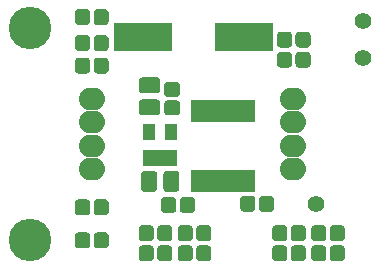
<source format=gts>
G04 #@! TF.GenerationSoftware,KiCad,Pcbnew,(5.1.2)-1*
G04 #@! TF.CreationDate,2019-11-04T01:51:56+09:00*
G04 #@! TF.ProjectId,IR,49522e6b-6963-4616-945f-706362585858,v1.1*
G04 #@! TF.SameCoordinates,Original*
G04 #@! TF.FileFunction,Soldermask,Top*
G04 #@! TF.FilePolarity,Negative*
%FSLAX46Y46*%
G04 Gerber Fmt 4.6, Leading zero omitted, Abs format (unit mm)*
G04 Created by KiCad (PCBNEW (5.1.2)-1) date 2019-11-04 01:51:56*
%MOMM*%
%LPD*%
G04 APERTURE LIST*
%ADD10C,3.600000*%
%ADD11O,2.200000X1.924000*%
%ADD12C,0.050000*%
%ADD13C,1.275000*%
%ADD14C,1.375000*%
%ADD15R,1.050000X1.460000*%
%ADD16R,4.900000X2.400000*%
%ADD17C,1.400000*%
%ADD18R,0.850000X1.900000*%
G04 APERTURE END LIST*
D10*
X180000000Y-120000000D03*
D11*
X185200000Y-114000000D03*
X185200000Y-112000000D03*
X185200000Y-110000000D03*
X185200000Y-108000000D03*
X202200000Y-108000000D03*
X202200000Y-110000000D03*
X202200000Y-112000000D03*
X202200000Y-114000000D03*
D12*
G36*
X193637493Y-116326535D02*
G01*
X193668435Y-116331125D01*
X193698778Y-116338725D01*
X193728230Y-116349263D01*
X193756508Y-116362638D01*
X193783338Y-116378719D01*
X193808463Y-116397353D01*
X193831640Y-116418360D01*
X193852647Y-116441537D01*
X193871281Y-116466662D01*
X193887362Y-116493492D01*
X193900737Y-116521770D01*
X193911275Y-116551222D01*
X193918875Y-116581565D01*
X193923465Y-116612507D01*
X193925000Y-116643750D01*
X193925000Y-117356250D01*
X193923465Y-117387493D01*
X193918875Y-117418435D01*
X193911275Y-117448778D01*
X193900737Y-117478230D01*
X193887362Y-117506508D01*
X193871281Y-117533338D01*
X193852647Y-117558463D01*
X193831640Y-117581640D01*
X193808463Y-117602647D01*
X193783338Y-117621281D01*
X193756508Y-117637362D01*
X193728230Y-117650737D01*
X193698778Y-117661275D01*
X193668435Y-117668875D01*
X193637493Y-117673465D01*
X193606250Y-117675000D01*
X192968750Y-117675000D01*
X192937507Y-117673465D01*
X192906565Y-117668875D01*
X192876222Y-117661275D01*
X192846770Y-117650737D01*
X192818492Y-117637362D01*
X192791662Y-117621281D01*
X192766537Y-117602647D01*
X192743360Y-117581640D01*
X192722353Y-117558463D01*
X192703719Y-117533338D01*
X192687638Y-117506508D01*
X192674263Y-117478230D01*
X192663725Y-117448778D01*
X192656125Y-117418435D01*
X192651535Y-117387493D01*
X192650000Y-117356250D01*
X192650000Y-116643750D01*
X192651535Y-116612507D01*
X192656125Y-116581565D01*
X192663725Y-116551222D01*
X192674263Y-116521770D01*
X192687638Y-116493492D01*
X192703719Y-116466662D01*
X192722353Y-116441537D01*
X192743360Y-116418360D01*
X192766537Y-116397353D01*
X192791662Y-116378719D01*
X192818492Y-116362638D01*
X192846770Y-116349263D01*
X192876222Y-116338725D01*
X192906565Y-116331125D01*
X192937507Y-116326535D01*
X192968750Y-116325000D01*
X193606250Y-116325000D01*
X193637493Y-116326535D01*
X193637493Y-116326535D01*
G37*
D13*
X193287500Y-117000000D03*
D12*
G36*
X192062493Y-116326535D02*
G01*
X192093435Y-116331125D01*
X192123778Y-116338725D01*
X192153230Y-116349263D01*
X192181508Y-116362638D01*
X192208338Y-116378719D01*
X192233463Y-116397353D01*
X192256640Y-116418360D01*
X192277647Y-116441537D01*
X192296281Y-116466662D01*
X192312362Y-116493492D01*
X192325737Y-116521770D01*
X192336275Y-116551222D01*
X192343875Y-116581565D01*
X192348465Y-116612507D01*
X192350000Y-116643750D01*
X192350000Y-117356250D01*
X192348465Y-117387493D01*
X192343875Y-117418435D01*
X192336275Y-117448778D01*
X192325737Y-117478230D01*
X192312362Y-117506508D01*
X192296281Y-117533338D01*
X192277647Y-117558463D01*
X192256640Y-117581640D01*
X192233463Y-117602647D01*
X192208338Y-117621281D01*
X192181508Y-117637362D01*
X192153230Y-117650737D01*
X192123778Y-117661275D01*
X192093435Y-117668875D01*
X192062493Y-117673465D01*
X192031250Y-117675000D01*
X191393750Y-117675000D01*
X191362507Y-117673465D01*
X191331565Y-117668875D01*
X191301222Y-117661275D01*
X191271770Y-117650737D01*
X191243492Y-117637362D01*
X191216662Y-117621281D01*
X191191537Y-117602647D01*
X191168360Y-117581640D01*
X191147353Y-117558463D01*
X191128719Y-117533338D01*
X191112638Y-117506508D01*
X191099263Y-117478230D01*
X191088725Y-117448778D01*
X191081125Y-117418435D01*
X191076535Y-117387493D01*
X191075000Y-117356250D01*
X191075000Y-116643750D01*
X191076535Y-116612507D01*
X191081125Y-116581565D01*
X191088725Y-116551222D01*
X191099263Y-116521770D01*
X191112638Y-116493492D01*
X191128719Y-116466662D01*
X191147353Y-116441537D01*
X191168360Y-116418360D01*
X191191537Y-116397353D01*
X191216662Y-116378719D01*
X191243492Y-116362638D01*
X191271770Y-116349263D01*
X191301222Y-116338725D01*
X191331565Y-116331125D01*
X191362507Y-116326535D01*
X191393750Y-116325000D01*
X192031250Y-116325000D01*
X192062493Y-116326535D01*
X192062493Y-116326535D01*
G37*
D13*
X191712500Y-117000000D03*
D12*
G36*
X192314943Y-114101655D02*
G01*
X192348312Y-114106605D01*
X192381035Y-114114802D01*
X192412797Y-114126166D01*
X192443293Y-114140590D01*
X192472227Y-114157932D01*
X192499323Y-114178028D01*
X192524318Y-114200682D01*
X192546972Y-114225677D01*
X192567068Y-114252773D01*
X192584410Y-114281707D01*
X192598834Y-114312203D01*
X192610198Y-114343965D01*
X192618395Y-114376688D01*
X192623345Y-114410057D01*
X192625000Y-114443750D01*
X192625000Y-115556250D01*
X192623345Y-115589943D01*
X192618395Y-115623312D01*
X192610198Y-115656035D01*
X192598834Y-115687797D01*
X192584410Y-115718293D01*
X192567068Y-115747227D01*
X192546972Y-115774323D01*
X192524318Y-115799318D01*
X192499323Y-115821972D01*
X192472227Y-115842068D01*
X192443293Y-115859410D01*
X192412797Y-115873834D01*
X192381035Y-115885198D01*
X192348312Y-115893395D01*
X192314943Y-115898345D01*
X192281250Y-115900000D01*
X191593750Y-115900000D01*
X191560057Y-115898345D01*
X191526688Y-115893395D01*
X191493965Y-115885198D01*
X191462203Y-115873834D01*
X191431707Y-115859410D01*
X191402773Y-115842068D01*
X191375677Y-115821972D01*
X191350682Y-115799318D01*
X191328028Y-115774323D01*
X191307932Y-115747227D01*
X191290590Y-115718293D01*
X191276166Y-115687797D01*
X191264802Y-115656035D01*
X191256605Y-115623312D01*
X191251655Y-115589943D01*
X191250000Y-115556250D01*
X191250000Y-114443750D01*
X191251655Y-114410057D01*
X191256605Y-114376688D01*
X191264802Y-114343965D01*
X191276166Y-114312203D01*
X191290590Y-114281707D01*
X191307932Y-114252773D01*
X191328028Y-114225677D01*
X191350682Y-114200682D01*
X191375677Y-114178028D01*
X191402773Y-114157932D01*
X191431707Y-114140590D01*
X191462203Y-114126166D01*
X191493965Y-114114802D01*
X191526688Y-114106605D01*
X191560057Y-114101655D01*
X191593750Y-114100000D01*
X192281250Y-114100000D01*
X192314943Y-114101655D01*
X192314943Y-114101655D01*
G37*
D14*
X191937500Y-115000000D03*
D12*
G36*
X190439943Y-114101655D02*
G01*
X190473312Y-114106605D01*
X190506035Y-114114802D01*
X190537797Y-114126166D01*
X190568293Y-114140590D01*
X190597227Y-114157932D01*
X190624323Y-114178028D01*
X190649318Y-114200682D01*
X190671972Y-114225677D01*
X190692068Y-114252773D01*
X190709410Y-114281707D01*
X190723834Y-114312203D01*
X190735198Y-114343965D01*
X190743395Y-114376688D01*
X190748345Y-114410057D01*
X190750000Y-114443750D01*
X190750000Y-115556250D01*
X190748345Y-115589943D01*
X190743395Y-115623312D01*
X190735198Y-115656035D01*
X190723834Y-115687797D01*
X190709410Y-115718293D01*
X190692068Y-115747227D01*
X190671972Y-115774323D01*
X190649318Y-115799318D01*
X190624323Y-115821972D01*
X190597227Y-115842068D01*
X190568293Y-115859410D01*
X190537797Y-115873834D01*
X190506035Y-115885198D01*
X190473312Y-115893395D01*
X190439943Y-115898345D01*
X190406250Y-115900000D01*
X189718750Y-115900000D01*
X189685057Y-115898345D01*
X189651688Y-115893395D01*
X189618965Y-115885198D01*
X189587203Y-115873834D01*
X189556707Y-115859410D01*
X189527773Y-115842068D01*
X189500677Y-115821972D01*
X189475682Y-115799318D01*
X189453028Y-115774323D01*
X189432932Y-115747227D01*
X189415590Y-115718293D01*
X189401166Y-115687797D01*
X189389802Y-115656035D01*
X189381605Y-115623312D01*
X189376655Y-115589943D01*
X189375000Y-115556250D01*
X189375000Y-114443750D01*
X189376655Y-114410057D01*
X189381605Y-114376688D01*
X189389802Y-114343965D01*
X189401166Y-114312203D01*
X189415590Y-114281707D01*
X189432932Y-114252773D01*
X189453028Y-114225677D01*
X189475682Y-114200682D01*
X189500677Y-114178028D01*
X189527773Y-114157932D01*
X189556707Y-114140590D01*
X189587203Y-114126166D01*
X189618965Y-114114802D01*
X189651688Y-114106605D01*
X189685057Y-114101655D01*
X189718750Y-114100000D01*
X190406250Y-114100000D01*
X190439943Y-114101655D01*
X190439943Y-114101655D01*
G37*
D14*
X190062500Y-115000000D03*
D12*
G36*
X192387493Y-106576535D02*
G01*
X192418435Y-106581125D01*
X192448778Y-106588725D01*
X192478230Y-106599263D01*
X192506508Y-106612638D01*
X192533338Y-106628719D01*
X192558463Y-106647353D01*
X192581640Y-106668360D01*
X192602647Y-106691537D01*
X192621281Y-106716662D01*
X192637362Y-106743492D01*
X192650737Y-106771770D01*
X192661275Y-106801222D01*
X192668875Y-106831565D01*
X192673465Y-106862507D01*
X192675000Y-106893750D01*
X192675000Y-107531250D01*
X192673465Y-107562493D01*
X192668875Y-107593435D01*
X192661275Y-107623778D01*
X192650737Y-107653230D01*
X192637362Y-107681508D01*
X192621281Y-107708338D01*
X192602647Y-107733463D01*
X192581640Y-107756640D01*
X192558463Y-107777647D01*
X192533338Y-107796281D01*
X192506508Y-107812362D01*
X192478230Y-107825737D01*
X192448778Y-107836275D01*
X192418435Y-107843875D01*
X192387493Y-107848465D01*
X192356250Y-107850000D01*
X191643750Y-107850000D01*
X191612507Y-107848465D01*
X191581565Y-107843875D01*
X191551222Y-107836275D01*
X191521770Y-107825737D01*
X191493492Y-107812362D01*
X191466662Y-107796281D01*
X191441537Y-107777647D01*
X191418360Y-107756640D01*
X191397353Y-107733463D01*
X191378719Y-107708338D01*
X191362638Y-107681508D01*
X191349263Y-107653230D01*
X191338725Y-107623778D01*
X191331125Y-107593435D01*
X191326535Y-107562493D01*
X191325000Y-107531250D01*
X191325000Y-106893750D01*
X191326535Y-106862507D01*
X191331125Y-106831565D01*
X191338725Y-106801222D01*
X191349263Y-106771770D01*
X191362638Y-106743492D01*
X191378719Y-106716662D01*
X191397353Y-106691537D01*
X191418360Y-106668360D01*
X191441537Y-106647353D01*
X191466662Y-106628719D01*
X191493492Y-106612638D01*
X191521770Y-106599263D01*
X191551222Y-106588725D01*
X191581565Y-106581125D01*
X191612507Y-106576535D01*
X191643750Y-106575000D01*
X192356250Y-106575000D01*
X192387493Y-106576535D01*
X192387493Y-106576535D01*
G37*
D13*
X192000000Y-107212500D03*
D12*
G36*
X192387493Y-108151535D02*
G01*
X192418435Y-108156125D01*
X192448778Y-108163725D01*
X192478230Y-108174263D01*
X192506508Y-108187638D01*
X192533338Y-108203719D01*
X192558463Y-108222353D01*
X192581640Y-108243360D01*
X192602647Y-108266537D01*
X192621281Y-108291662D01*
X192637362Y-108318492D01*
X192650737Y-108346770D01*
X192661275Y-108376222D01*
X192668875Y-108406565D01*
X192673465Y-108437507D01*
X192675000Y-108468750D01*
X192675000Y-109106250D01*
X192673465Y-109137493D01*
X192668875Y-109168435D01*
X192661275Y-109198778D01*
X192650737Y-109228230D01*
X192637362Y-109256508D01*
X192621281Y-109283338D01*
X192602647Y-109308463D01*
X192581640Y-109331640D01*
X192558463Y-109352647D01*
X192533338Y-109371281D01*
X192506508Y-109387362D01*
X192478230Y-109400737D01*
X192448778Y-109411275D01*
X192418435Y-109418875D01*
X192387493Y-109423465D01*
X192356250Y-109425000D01*
X191643750Y-109425000D01*
X191612507Y-109423465D01*
X191581565Y-109418875D01*
X191551222Y-109411275D01*
X191521770Y-109400737D01*
X191493492Y-109387362D01*
X191466662Y-109371281D01*
X191441537Y-109352647D01*
X191418360Y-109331640D01*
X191397353Y-109308463D01*
X191378719Y-109283338D01*
X191362638Y-109256508D01*
X191349263Y-109228230D01*
X191338725Y-109198778D01*
X191331125Y-109168435D01*
X191326535Y-109137493D01*
X191325000Y-109106250D01*
X191325000Y-108468750D01*
X191326535Y-108437507D01*
X191331125Y-108406565D01*
X191338725Y-108376222D01*
X191349263Y-108346770D01*
X191362638Y-108318492D01*
X191378719Y-108291662D01*
X191397353Y-108266537D01*
X191418360Y-108243360D01*
X191441537Y-108222353D01*
X191466662Y-108203719D01*
X191493492Y-108187638D01*
X191521770Y-108174263D01*
X191551222Y-108163725D01*
X191581565Y-108156125D01*
X191612507Y-108151535D01*
X191643750Y-108150000D01*
X192356250Y-108150000D01*
X192387493Y-108151535D01*
X192387493Y-108151535D01*
G37*
D13*
X192000000Y-108787500D03*
D12*
G36*
X190689943Y-108051655D02*
G01*
X190723312Y-108056605D01*
X190756035Y-108064802D01*
X190787797Y-108076166D01*
X190818293Y-108090590D01*
X190847227Y-108107932D01*
X190874323Y-108128028D01*
X190899318Y-108150682D01*
X190921972Y-108175677D01*
X190942068Y-108202773D01*
X190959410Y-108231707D01*
X190973834Y-108262203D01*
X190985198Y-108293965D01*
X190993395Y-108326688D01*
X190998345Y-108360057D01*
X191000000Y-108393750D01*
X191000000Y-109081250D01*
X190998345Y-109114943D01*
X190993395Y-109148312D01*
X190985198Y-109181035D01*
X190973834Y-109212797D01*
X190959410Y-109243293D01*
X190942068Y-109272227D01*
X190921972Y-109299323D01*
X190899318Y-109324318D01*
X190874323Y-109346972D01*
X190847227Y-109367068D01*
X190818293Y-109384410D01*
X190787797Y-109398834D01*
X190756035Y-109410198D01*
X190723312Y-109418395D01*
X190689943Y-109423345D01*
X190656250Y-109425000D01*
X189543750Y-109425000D01*
X189510057Y-109423345D01*
X189476688Y-109418395D01*
X189443965Y-109410198D01*
X189412203Y-109398834D01*
X189381707Y-109384410D01*
X189352773Y-109367068D01*
X189325677Y-109346972D01*
X189300682Y-109324318D01*
X189278028Y-109299323D01*
X189257932Y-109272227D01*
X189240590Y-109243293D01*
X189226166Y-109212797D01*
X189214802Y-109181035D01*
X189206605Y-109148312D01*
X189201655Y-109114943D01*
X189200000Y-109081250D01*
X189200000Y-108393750D01*
X189201655Y-108360057D01*
X189206605Y-108326688D01*
X189214802Y-108293965D01*
X189226166Y-108262203D01*
X189240590Y-108231707D01*
X189257932Y-108202773D01*
X189278028Y-108175677D01*
X189300682Y-108150682D01*
X189325677Y-108128028D01*
X189352773Y-108107932D01*
X189381707Y-108090590D01*
X189412203Y-108076166D01*
X189443965Y-108064802D01*
X189476688Y-108056605D01*
X189510057Y-108051655D01*
X189543750Y-108050000D01*
X190656250Y-108050000D01*
X190689943Y-108051655D01*
X190689943Y-108051655D01*
G37*
D14*
X190100000Y-108737500D03*
D12*
G36*
X190689943Y-106176655D02*
G01*
X190723312Y-106181605D01*
X190756035Y-106189802D01*
X190787797Y-106201166D01*
X190818293Y-106215590D01*
X190847227Y-106232932D01*
X190874323Y-106253028D01*
X190899318Y-106275682D01*
X190921972Y-106300677D01*
X190942068Y-106327773D01*
X190959410Y-106356707D01*
X190973834Y-106387203D01*
X190985198Y-106418965D01*
X190993395Y-106451688D01*
X190998345Y-106485057D01*
X191000000Y-106518750D01*
X191000000Y-107206250D01*
X190998345Y-107239943D01*
X190993395Y-107273312D01*
X190985198Y-107306035D01*
X190973834Y-107337797D01*
X190959410Y-107368293D01*
X190942068Y-107397227D01*
X190921972Y-107424323D01*
X190899318Y-107449318D01*
X190874323Y-107471972D01*
X190847227Y-107492068D01*
X190818293Y-107509410D01*
X190787797Y-107523834D01*
X190756035Y-107535198D01*
X190723312Y-107543395D01*
X190689943Y-107548345D01*
X190656250Y-107550000D01*
X189543750Y-107550000D01*
X189510057Y-107548345D01*
X189476688Y-107543395D01*
X189443965Y-107535198D01*
X189412203Y-107523834D01*
X189381707Y-107509410D01*
X189352773Y-107492068D01*
X189325677Y-107471972D01*
X189300682Y-107449318D01*
X189278028Y-107424323D01*
X189257932Y-107397227D01*
X189240590Y-107368293D01*
X189226166Y-107337797D01*
X189214802Y-107306035D01*
X189206605Y-107273312D01*
X189201655Y-107239943D01*
X189200000Y-107206250D01*
X189200000Y-106518750D01*
X189201655Y-106485057D01*
X189206605Y-106451688D01*
X189214802Y-106418965D01*
X189226166Y-106387203D01*
X189240590Y-106356707D01*
X189257932Y-106327773D01*
X189278028Y-106300677D01*
X189300682Y-106275682D01*
X189325677Y-106253028D01*
X189352773Y-106232932D01*
X189381707Y-106215590D01*
X189412203Y-106201166D01*
X189443965Y-106189802D01*
X189476688Y-106181605D01*
X189510057Y-106176655D01*
X189543750Y-106175000D01*
X190656250Y-106175000D01*
X190689943Y-106176655D01*
X190689943Y-106176655D01*
G37*
D14*
X190100000Y-106862500D03*
D12*
G36*
X203437493Y-104026535D02*
G01*
X203468435Y-104031125D01*
X203498778Y-104038725D01*
X203528230Y-104049263D01*
X203556508Y-104062638D01*
X203583338Y-104078719D01*
X203608463Y-104097353D01*
X203631640Y-104118360D01*
X203652647Y-104141537D01*
X203671281Y-104166662D01*
X203687362Y-104193492D01*
X203700737Y-104221770D01*
X203711275Y-104251222D01*
X203718875Y-104281565D01*
X203723465Y-104312507D01*
X203725000Y-104343750D01*
X203725000Y-105056250D01*
X203723465Y-105087493D01*
X203718875Y-105118435D01*
X203711275Y-105148778D01*
X203700737Y-105178230D01*
X203687362Y-105206508D01*
X203671281Y-105233338D01*
X203652647Y-105258463D01*
X203631640Y-105281640D01*
X203608463Y-105302647D01*
X203583338Y-105321281D01*
X203556508Y-105337362D01*
X203528230Y-105350737D01*
X203498778Y-105361275D01*
X203468435Y-105368875D01*
X203437493Y-105373465D01*
X203406250Y-105375000D01*
X202768750Y-105375000D01*
X202737507Y-105373465D01*
X202706565Y-105368875D01*
X202676222Y-105361275D01*
X202646770Y-105350737D01*
X202618492Y-105337362D01*
X202591662Y-105321281D01*
X202566537Y-105302647D01*
X202543360Y-105281640D01*
X202522353Y-105258463D01*
X202503719Y-105233338D01*
X202487638Y-105206508D01*
X202474263Y-105178230D01*
X202463725Y-105148778D01*
X202456125Y-105118435D01*
X202451535Y-105087493D01*
X202450000Y-105056250D01*
X202450000Y-104343750D01*
X202451535Y-104312507D01*
X202456125Y-104281565D01*
X202463725Y-104251222D01*
X202474263Y-104221770D01*
X202487638Y-104193492D01*
X202503719Y-104166662D01*
X202522353Y-104141537D01*
X202543360Y-104118360D01*
X202566537Y-104097353D01*
X202591662Y-104078719D01*
X202618492Y-104062638D01*
X202646770Y-104049263D01*
X202676222Y-104038725D01*
X202706565Y-104031125D01*
X202737507Y-104026535D01*
X202768750Y-104025000D01*
X203406250Y-104025000D01*
X203437493Y-104026535D01*
X203437493Y-104026535D01*
G37*
D13*
X203087500Y-104700000D03*
D12*
G36*
X201862493Y-104026535D02*
G01*
X201893435Y-104031125D01*
X201923778Y-104038725D01*
X201953230Y-104049263D01*
X201981508Y-104062638D01*
X202008338Y-104078719D01*
X202033463Y-104097353D01*
X202056640Y-104118360D01*
X202077647Y-104141537D01*
X202096281Y-104166662D01*
X202112362Y-104193492D01*
X202125737Y-104221770D01*
X202136275Y-104251222D01*
X202143875Y-104281565D01*
X202148465Y-104312507D01*
X202150000Y-104343750D01*
X202150000Y-105056250D01*
X202148465Y-105087493D01*
X202143875Y-105118435D01*
X202136275Y-105148778D01*
X202125737Y-105178230D01*
X202112362Y-105206508D01*
X202096281Y-105233338D01*
X202077647Y-105258463D01*
X202056640Y-105281640D01*
X202033463Y-105302647D01*
X202008338Y-105321281D01*
X201981508Y-105337362D01*
X201953230Y-105350737D01*
X201923778Y-105361275D01*
X201893435Y-105368875D01*
X201862493Y-105373465D01*
X201831250Y-105375000D01*
X201193750Y-105375000D01*
X201162507Y-105373465D01*
X201131565Y-105368875D01*
X201101222Y-105361275D01*
X201071770Y-105350737D01*
X201043492Y-105337362D01*
X201016662Y-105321281D01*
X200991537Y-105302647D01*
X200968360Y-105281640D01*
X200947353Y-105258463D01*
X200928719Y-105233338D01*
X200912638Y-105206508D01*
X200899263Y-105178230D01*
X200888725Y-105148778D01*
X200881125Y-105118435D01*
X200876535Y-105087493D01*
X200875000Y-105056250D01*
X200875000Y-104343750D01*
X200876535Y-104312507D01*
X200881125Y-104281565D01*
X200888725Y-104251222D01*
X200899263Y-104221770D01*
X200912638Y-104193492D01*
X200928719Y-104166662D01*
X200947353Y-104141537D01*
X200968360Y-104118360D01*
X200991537Y-104097353D01*
X201016662Y-104078719D01*
X201043492Y-104062638D01*
X201071770Y-104049263D01*
X201101222Y-104038725D01*
X201131565Y-104031125D01*
X201162507Y-104026535D01*
X201193750Y-104025000D01*
X201831250Y-104025000D01*
X201862493Y-104026535D01*
X201862493Y-104026535D01*
G37*
D13*
X201512500Y-104700000D03*
D12*
G36*
X186337493Y-104526535D02*
G01*
X186368435Y-104531125D01*
X186398778Y-104538725D01*
X186428230Y-104549263D01*
X186456508Y-104562638D01*
X186483338Y-104578719D01*
X186508463Y-104597353D01*
X186531640Y-104618360D01*
X186552647Y-104641537D01*
X186571281Y-104666662D01*
X186587362Y-104693492D01*
X186600737Y-104721770D01*
X186611275Y-104751222D01*
X186618875Y-104781565D01*
X186623465Y-104812507D01*
X186625000Y-104843750D01*
X186625000Y-105556250D01*
X186623465Y-105587493D01*
X186618875Y-105618435D01*
X186611275Y-105648778D01*
X186600737Y-105678230D01*
X186587362Y-105706508D01*
X186571281Y-105733338D01*
X186552647Y-105758463D01*
X186531640Y-105781640D01*
X186508463Y-105802647D01*
X186483338Y-105821281D01*
X186456508Y-105837362D01*
X186428230Y-105850737D01*
X186398778Y-105861275D01*
X186368435Y-105868875D01*
X186337493Y-105873465D01*
X186306250Y-105875000D01*
X185668750Y-105875000D01*
X185637507Y-105873465D01*
X185606565Y-105868875D01*
X185576222Y-105861275D01*
X185546770Y-105850737D01*
X185518492Y-105837362D01*
X185491662Y-105821281D01*
X185466537Y-105802647D01*
X185443360Y-105781640D01*
X185422353Y-105758463D01*
X185403719Y-105733338D01*
X185387638Y-105706508D01*
X185374263Y-105678230D01*
X185363725Y-105648778D01*
X185356125Y-105618435D01*
X185351535Y-105587493D01*
X185350000Y-105556250D01*
X185350000Y-104843750D01*
X185351535Y-104812507D01*
X185356125Y-104781565D01*
X185363725Y-104751222D01*
X185374263Y-104721770D01*
X185387638Y-104693492D01*
X185403719Y-104666662D01*
X185422353Y-104641537D01*
X185443360Y-104618360D01*
X185466537Y-104597353D01*
X185491662Y-104578719D01*
X185518492Y-104562638D01*
X185546770Y-104549263D01*
X185576222Y-104538725D01*
X185606565Y-104531125D01*
X185637507Y-104526535D01*
X185668750Y-104525000D01*
X186306250Y-104525000D01*
X186337493Y-104526535D01*
X186337493Y-104526535D01*
G37*
D13*
X185987500Y-105200000D03*
D12*
G36*
X184762493Y-104526535D02*
G01*
X184793435Y-104531125D01*
X184823778Y-104538725D01*
X184853230Y-104549263D01*
X184881508Y-104562638D01*
X184908338Y-104578719D01*
X184933463Y-104597353D01*
X184956640Y-104618360D01*
X184977647Y-104641537D01*
X184996281Y-104666662D01*
X185012362Y-104693492D01*
X185025737Y-104721770D01*
X185036275Y-104751222D01*
X185043875Y-104781565D01*
X185048465Y-104812507D01*
X185050000Y-104843750D01*
X185050000Y-105556250D01*
X185048465Y-105587493D01*
X185043875Y-105618435D01*
X185036275Y-105648778D01*
X185025737Y-105678230D01*
X185012362Y-105706508D01*
X184996281Y-105733338D01*
X184977647Y-105758463D01*
X184956640Y-105781640D01*
X184933463Y-105802647D01*
X184908338Y-105821281D01*
X184881508Y-105837362D01*
X184853230Y-105850737D01*
X184823778Y-105861275D01*
X184793435Y-105868875D01*
X184762493Y-105873465D01*
X184731250Y-105875000D01*
X184093750Y-105875000D01*
X184062507Y-105873465D01*
X184031565Y-105868875D01*
X184001222Y-105861275D01*
X183971770Y-105850737D01*
X183943492Y-105837362D01*
X183916662Y-105821281D01*
X183891537Y-105802647D01*
X183868360Y-105781640D01*
X183847353Y-105758463D01*
X183828719Y-105733338D01*
X183812638Y-105706508D01*
X183799263Y-105678230D01*
X183788725Y-105648778D01*
X183781125Y-105618435D01*
X183776535Y-105587493D01*
X183775000Y-105556250D01*
X183775000Y-104843750D01*
X183776535Y-104812507D01*
X183781125Y-104781565D01*
X183788725Y-104751222D01*
X183799263Y-104721770D01*
X183812638Y-104693492D01*
X183828719Y-104666662D01*
X183847353Y-104641537D01*
X183868360Y-104618360D01*
X183891537Y-104597353D01*
X183916662Y-104578719D01*
X183943492Y-104562638D01*
X183971770Y-104549263D01*
X184001222Y-104538725D01*
X184031565Y-104531125D01*
X184062507Y-104526535D01*
X184093750Y-104525000D01*
X184731250Y-104525000D01*
X184762493Y-104526535D01*
X184762493Y-104526535D01*
G37*
D13*
X184412500Y-105200000D03*
D12*
G36*
X184762493Y-102626535D02*
G01*
X184793435Y-102631125D01*
X184823778Y-102638725D01*
X184853230Y-102649263D01*
X184881508Y-102662638D01*
X184908338Y-102678719D01*
X184933463Y-102697353D01*
X184956640Y-102718360D01*
X184977647Y-102741537D01*
X184996281Y-102766662D01*
X185012362Y-102793492D01*
X185025737Y-102821770D01*
X185036275Y-102851222D01*
X185043875Y-102881565D01*
X185048465Y-102912507D01*
X185050000Y-102943750D01*
X185050000Y-103656250D01*
X185048465Y-103687493D01*
X185043875Y-103718435D01*
X185036275Y-103748778D01*
X185025737Y-103778230D01*
X185012362Y-103806508D01*
X184996281Y-103833338D01*
X184977647Y-103858463D01*
X184956640Y-103881640D01*
X184933463Y-103902647D01*
X184908338Y-103921281D01*
X184881508Y-103937362D01*
X184853230Y-103950737D01*
X184823778Y-103961275D01*
X184793435Y-103968875D01*
X184762493Y-103973465D01*
X184731250Y-103975000D01*
X184093750Y-103975000D01*
X184062507Y-103973465D01*
X184031565Y-103968875D01*
X184001222Y-103961275D01*
X183971770Y-103950737D01*
X183943492Y-103937362D01*
X183916662Y-103921281D01*
X183891537Y-103902647D01*
X183868360Y-103881640D01*
X183847353Y-103858463D01*
X183828719Y-103833338D01*
X183812638Y-103806508D01*
X183799263Y-103778230D01*
X183788725Y-103748778D01*
X183781125Y-103718435D01*
X183776535Y-103687493D01*
X183775000Y-103656250D01*
X183775000Y-102943750D01*
X183776535Y-102912507D01*
X183781125Y-102881565D01*
X183788725Y-102851222D01*
X183799263Y-102821770D01*
X183812638Y-102793492D01*
X183828719Y-102766662D01*
X183847353Y-102741537D01*
X183868360Y-102718360D01*
X183891537Y-102697353D01*
X183916662Y-102678719D01*
X183943492Y-102662638D01*
X183971770Y-102649263D01*
X184001222Y-102638725D01*
X184031565Y-102631125D01*
X184062507Y-102626535D01*
X184093750Y-102625000D01*
X184731250Y-102625000D01*
X184762493Y-102626535D01*
X184762493Y-102626535D01*
G37*
D13*
X184412500Y-103300000D03*
D12*
G36*
X186337493Y-102626535D02*
G01*
X186368435Y-102631125D01*
X186398778Y-102638725D01*
X186428230Y-102649263D01*
X186456508Y-102662638D01*
X186483338Y-102678719D01*
X186508463Y-102697353D01*
X186531640Y-102718360D01*
X186552647Y-102741537D01*
X186571281Y-102766662D01*
X186587362Y-102793492D01*
X186600737Y-102821770D01*
X186611275Y-102851222D01*
X186618875Y-102881565D01*
X186623465Y-102912507D01*
X186625000Y-102943750D01*
X186625000Y-103656250D01*
X186623465Y-103687493D01*
X186618875Y-103718435D01*
X186611275Y-103748778D01*
X186600737Y-103778230D01*
X186587362Y-103806508D01*
X186571281Y-103833338D01*
X186552647Y-103858463D01*
X186531640Y-103881640D01*
X186508463Y-103902647D01*
X186483338Y-103921281D01*
X186456508Y-103937362D01*
X186428230Y-103950737D01*
X186398778Y-103961275D01*
X186368435Y-103968875D01*
X186337493Y-103973465D01*
X186306250Y-103975000D01*
X185668750Y-103975000D01*
X185637507Y-103973465D01*
X185606565Y-103968875D01*
X185576222Y-103961275D01*
X185546770Y-103950737D01*
X185518492Y-103937362D01*
X185491662Y-103921281D01*
X185466537Y-103902647D01*
X185443360Y-103881640D01*
X185422353Y-103858463D01*
X185403719Y-103833338D01*
X185387638Y-103806508D01*
X185374263Y-103778230D01*
X185363725Y-103748778D01*
X185356125Y-103718435D01*
X185351535Y-103687493D01*
X185350000Y-103656250D01*
X185350000Y-102943750D01*
X185351535Y-102912507D01*
X185356125Y-102881565D01*
X185363725Y-102851222D01*
X185374263Y-102821770D01*
X185387638Y-102793492D01*
X185403719Y-102766662D01*
X185422353Y-102741537D01*
X185443360Y-102718360D01*
X185466537Y-102697353D01*
X185491662Y-102678719D01*
X185518492Y-102662638D01*
X185546770Y-102649263D01*
X185576222Y-102638725D01*
X185606565Y-102631125D01*
X185637507Y-102626535D01*
X185668750Y-102625000D01*
X186306250Y-102625000D01*
X186337493Y-102626535D01*
X186337493Y-102626535D01*
G37*
D13*
X185987500Y-103300000D03*
D12*
G36*
X193462493Y-120426535D02*
G01*
X193493435Y-120431125D01*
X193523778Y-120438725D01*
X193553230Y-120449263D01*
X193581508Y-120462638D01*
X193608338Y-120478719D01*
X193633463Y-120497353D01*
X193656640Y-120518360D01*
X193677647Y-120541537D01*
X193696281Y-120566662D01*
X193712362Y-120593492D01*
X193725737Y-120621770D01*
X193736275Y-120651222D01*
X193743875Y-120681565D01*
X193748465Y-120712507D01*
X193750000Y-120743750D01*
X193750000Y-121456250D01*
X193748465Y-121487493D01*
X193743875Y-121518435D01*
X193736275Y-121548778D01*
X193725737Y-121578230D01*
X193712362Y-121606508D01*
X193696281Y-121633338D01*
X193677647Y-121658463D01*
X193656640Y-121681640D01*
X193633463Y-121702647D01*
X193608338Y-121721281D01*
X193581508Y-121737362D01*
X193553230Y-121750737D01*
X193523778Y-121761275D01*
X193493435Y-121768875D01*
X193462493Y-121773465D01*
X193431250Y-121775000D01*
X192793750Y-121775000D01*
X192762507Y-121773465D01*
X192731565Y-121768875D01*
X192701222Y-121761275D01*
X192671770Y-121750737D01*
X192643492Y-121737362D01*
X192616662Y-121721281D01*
X192591537Y-121702647D01*
X192568360Y-121681640D01*
X192547353Y-121658463D01*
X192528719Y-121633338D01*
X192512638Y-121606508D01*
X192499263Y-121578230D01*
X192488725Y-121548778D01*
X192481125Y-121518435D01*
X192476535Y-121487493D01*
X192475000Y-121456250D01*
X192475000Y-120743750D01*
X192476535Y-120712507D01*
X192481125Y-120681565D01*
X192488725Y-120651222D01*
X192499263Y-120621770D01*
X192512638Y-120593492D01*
X192528719Y-120566662D01*
X192547353Y-120541537D01*
X192568360Y-120518360D01*
X192591537Y-120497353D01*
X192616662Y-120478719D01*
X192643492Y-120462638D01*
X192671770Y-120449263D01*
X192701222Y-120438725D01*
X192731565Y-120431125D01*
X192762507Y-120426535D01*
X192793750Y-120425000D01*
X193431250Y-120425000D01*
X193462493Y-120426535D01*
X193462493Y-120426535D01*
G37*
D13*
X193112500Y-121100000D03*
D12*
G36*
X195037493Y-120426535D02*
G01*
X195068435Y-120431125D01*
X195098778Y-120438725D01*
X195128230Y-120449263D01*
X195156508Y-120462638D01*
X195183338Y-120478719D01*
X195208463Y-120497353D01*
X195231640Y-120518360D01*
X195252647Y-120541537D01*
X195271281Y-120566662D01*
X195287362Y-120593492D01*
X195300737Y-120621770D01*
X195311275Y-120651222D01*
X195318875Y-120681565D01*
X195323465Y-120712507D01*
X195325000Y-120743750D01*
X195325000Y-121456250D01*
X195323465Y-121487493D01*
X195318875Y-121518435D01*
X195311275Y-121548778D01*
X195300737Y-121578230D01*
X195287362Y-121606508D01*
X195271281Y-121633338D01*
X195252647Y-121658463D01*
X195231640Y-121681640D01*
X195208463Y-121702647D01*
X195183338Y-121721281D01*
X195156508Y-121737362D01*
X195128230Y-121750737D01*
X195098778Y-121761275D01*
X195068435Y-121768875D01*
X195037493Y-121773465D01*
X195006250Y-121775000D01*
X194368750Y-121775000D01*
X194337507Y-121773465D01*
X194306565Y-121768875D01*
X194276222Y-121761275D01*
X194246770Y-121750737D01*
X194218492Y-121737362D01*
X194191662Y-121721281D01*
X194166537Y-121702647D01*
X194143360Y-121681640D01*
X194122353Y-121658463D01*
X194103719Y-121633338D01*
X194087638Y-121606508D01*
X194074263Y-121578230D01*
X194063725Y-121548778D01*
X194056125Y-121518435D01*
X194051535Y-121487493D01*
X194050000Y-121456250D01*
X194050000Y-120743750D01*
X194051535Y-120712507D01*
X194056125Y-120681565D01*
X194063725Y-120651222D01*
X194074263Y-120621770D01*
X194087638Y-120593492D01*
X194103719Y-120566662D01*
X194122353Y-120541537D01*
X194143360Y-120518360D01*
X194166537Y-120497353D01*
X194191662Y-120478719D01*
X194218492Y-120462638D01*
X194246770Y-120449263D01*
X194276222Y-120438725D01*
X194306565Y-120431125D01*
X194337507Y-120426535D01*
X194368750Y-120425000D01*
X195006250Y-120425000D01*
X195037493Y-120426535D01*
X195037493Y-120426535D01*
G37*
D13*
X194687500Y-121100000D03*
D12*
G36*
X191737493Y-120426535D02*
G01*
X191768435Y-120431125D01*
X191798778Y-120438725D01*
X191828230Y-120449263D01*
X191856508Y-120462638D01*
X191883338Y-120478719D01*
X191908463Y-120497353D01*
X191931640Y-120518360D01*
X191952647Y-120541537D01*
X191971281Y-120566662D01*
X191987362Y-120593492D01*
X192000737Y-120621770D01*
X192011275Y-120651222D01*
X192018875Y-120681565D01*
X192023465Y-120712507D01*
X192025000Y-120743750D01*
X192025000Y-121456250D01*
X192023465Y-121487493D01*
X192018875Y-121518435D01*
X192011275Y-121548778D01*
X192000737Y-121578230D01*
X191987362Y-121606508D01*
X191971281Y-121633338D01*
X191952647Y-121658463D01*
X191931640Y-121681640D01*
X191908463Y-121702647D01*
X191883338Y-121721281D01*
X191856508Y-121737362D01*
X191828230Y-121750737D01*
X191798778Y-121761275D01*
X191768435Y-121768875D01*
X191737493Y-121773465D01*
X191706250Y-121775000D01*
X191068750Y-121775000D01*
X191037507Y-121773465D01*
X191006565Y-121768875D01*
X190976222Y-121761275D01*
X190946770Y-121750737D01*
X190918492Y-121737362D01*
X190891662Y-121721281D01*
X190866537Y-121702647D01*
X190843360Y-121681640D01*
X190822353Y-121658463D01*
X190803719Y-121633338D01*
X190787638Y-121606508D01*
X190774263Y-121578230D01*
X190763725Y-121548778D01*
X190756125Y-121518435D01*
X190751535Y-121487493D01*
X190750000Y-121456250D01*
X190750000Y-120743750D01*
X190751535Y-120712507D01*
X190756125Y-120681565D01*
X190763725Y-120651222D01*
X190774263Y-120621770D01*
X190787638Y-120593492D01*
X190803719Y-120566662D01*
X190822353Y-120541537D01*
X190843360Y-120518360D01*
X190866537Y-120497353D01*
X190891662Y-120478719D01*
X190918492Y-120462638D01*
X190946770Y-120449263D01*
X190976222Y-120438725D01*
X191006565Y-120431125D01*
X191037507Y-120426535D01*
X191068750Y-120425000D01*
X191706250Y-120425000D01*
X191737493Y-120426535D01*
X191737493Y-120426535D01*
G37*
D13*
X191387500Y-121100000D03*
D12*
G36*
X190162493Y-120426535D02*
G01*
X190193435Y-120431125D01*
X190223778Y-120438725D01*
X190253230Y-120449263D01*
X190281508Y-120462638D01*
X190308338Y-120478719D01*
X190333463Y-120497353D01*
X190356640Y-120518360D01*
X190377647Y-120541537D01*
X190396281Y-120566662D01*
X190412362Y-120593492D01*
X190425737Y-120621770D01*
X190436275Y-120651222D01*
X190443875Y-120681565D01*
X190448465Y-120712507D01*
X190450000Y-120743750D01*
X190450000Y-121456250D01*
X190448465Y-121487493D01*
X190443875Y-121518435D01*
X190436275Y-121548778D01*
X190425737Y-121578230D01*
X190412362Y-121606508D01*
X190396281Y-121633338D01*
X190377647Y-121658463D01*
X190356640Y-121681640D01*
X190333463Y-121702647D01*
X190308338Y-121721281D01*
X190281508Y-121737362D01*
X190253230Y-121750737D01*
X190223778Y-121761275D01*
X190193435Y-121768875D01*
X190162493Y-121773465D01*
X190131250Y-121775000D01*
X189493750Y-121775000D01*
X189462507Y-121773465D01*
X189431565Y-121768875D01*
X189401222Y-121761275D01*
X189371770Y-121750737D01*
X189343492Y-121737362D01*
X189316662Y-121721281D01*
X189291537Y-121702647D01*
X189268360Y-121681640D01*
X189247353Y-121658463D01*
X189228719Y-121633338D01*
X189212638Y-121606508D01*
X189199263Y-121578230D01*
X189188725Y-121548778D01*
X189181125Y-121518435D01*
X189176535Y-121487493D01*
X189175000Y-121456250D01*
X189175000Y-120743750D01*
X189176535Y-120712507D01*
X189181125Y-120681565D01*
X189188725Y-120651222D01*
X189199263Y-120621770D01*
X189212638Y-120593492D01*
X189228719Y-120566662D01*
X189247353Y-120541537D01*
X189268360Y-120518360D01*
X189291537Y-120497353D01*
X189316662Y-120478719D01*
X189343492Y-120462638D01*
X189371770Y-120449263D01*
X189401222Y-120438725D01*
X189431565Y-120431125D01*
X189462507Y-120426535D01*
X189493750Y-120425000D01*
X190131250Y-120425000D01*
X190162493Y-120426535D01*
X190162493Y-120426535D01*
G37*
D13*
X189812500Y-121100000D03*
D12*
G36*
X206337493Y-118726535D02*
G01*
X206368435Y-118731125D01*
X206398778Y-118738725D01*
X206428230Y-118749263D01*
X206456508Y-118762638D01*
X206483338Y-118778719D01*
X206508463Y-118797353D01*
X206531640Y-118818360D01*
X206552647Y-118841537D01*
X206571281Y-118866662D01*
X206587362Y-118893492D01*
X206600737Y-118921770D01*
X206611275Y-118951222D01*
X206618875Y-118981565D01*
X206623465Y-119012507D01*
X206625000Y-119043750D01*
X206625000Y-119756250D01*
X206623465Y-119787493D01*
X206618875Y-119818435D01*
X206611275Y-119848778D01*
X206600737Y-119878230D01*
X206587362Y-119906508D01*
X206571281Y-119933338D01*
X206552647Y-119958463D01*
X206531640Y-119981640D01*
X206508463Y-120002647D01*
X206483338Y-120021281D01*
X206456508Y-120037362D01*
X206428230Y-120050737D01*
X206398778Y-120061275D01*
X206368435Y-120068875D01*
X206337493Y-120073465D01*
X206306250Y-120075000D01*
X205668750Y-120075000D01*
X205637507Y-120073465D01*
X205606565Y-120068875D01*
X205576222Y-120061275D01*
X205546770Y-120050737D01*
X205518492Y-120037362D01*
X205491662Y-120021281D01*
X205466537Y-120002647D01*
X205443360Y-119981640D01*
X205422353Y-119958463D01*
X205403719Y-119933338D01*
X205387638Y-119906508D01*
X205374263Y-119878230D01*
X205363725Y-119848778D01*
X205356125Y-119818435D01*
X205351535Y-119787493D01*
X205350000Y-119756250D01*
X205350000Y-119043750D01*
X205351535Y-119012507D01*
X205356125Y-118981565D01*
X205363725Y-118951222D01*
X205374263Y-118921770D01*
X205387638Y-118893492D01*
X205403719Y-118866662D01*
X205422353Y-118841537D01*
X205443360Y-118818360D01*
X205466537Y-118797353D01*
X205491662Y-118778719D01*
X205518492Y-118762638D01*
X205546770Y-118749263D01*
X205576222Y-118738725D01*
X205606565Y-118731125D01*
X205637507Y-118726535D01*
X205668750Y-118725000D01*
X206306250Y-118725000D01*
X206337493Y-118726535D01*
X206337493Y-118726535D01*
G37*
D13*
X205987500Y-119400000D03*
D12*
G36*
X204762493Y-118726535D02*
G01*
X204793435Y-118731125D01*
X204823778Y-118738725D01*
X204853230Y-118749263D01*
X204881508Y-118762638D01*
X204908338Y-118778719D01*
X204933463Y-118797353D01*
X204956640Y-118818360D01*
X204977647Y-118841537D01*
X204996281Y-118866662D01*
X205012362Y-118893492D01*
X205025737Y-118921770D01*
X205036275Y-118951222D01*
X205043875Y-118981565D01*
X205048465Y-119012507D01*
X205050000Y-119043750D01*
X205050000Y-119756250D01*
X205048465Y-119787493D01*
X205043875Y-119818435D01*
X205036275Y-119848778D01*
X205025737Y-119878230D01*
X205012362Y-119906508D01*
X204996281Y-119933338D01*
X204977647Y-119958463D01*
X204956640Y-119981640D01*
X204933463Y-120002647D01*
X204908338Y-120021281D01*
X204881508Y-120037362D01*
X204853230Y-120050737D01*
X204823778Y-120061275D01*
X204793435Y-120068875D01*
X204762493Y-120073465D01*
X204731250Y-120075000D01*
X204093750Y-120075000D01*
X204062507Y-120073465D01*
X204031565Y-120068875D01*
X204001222Y-120061275D01*
X203971770Y-120050737D01*
X203943492Y-120037362D01*
X203916662Y-120021281D01*
X203891537Y-120002647D01*
X203868360Y-119981640D01*
X203847353Y-119958463D01*
X203828719Y-119933338D01*
X203812638Y-119906508D01*
X203799263Y-119878230D01*
X203788725Y-119848778D01*
X203781125Y-119818435D01*
X203776535Y-119787493D01*
X203775000Y-119756250D01*
X203775000Y-119043750D01*
X203776535Y-119012507D01*
X203781125Y-118981565D01*
X203788725Y-118951222D01*
X203799263Y-118921770D01*
X203812638Y-118893492D01*
X203828719Y-118866662D01*
X203847353Y-118841537D01*
X203868360Y-118818360D01*
X203891537Y-118797353D01*
X203916662Y-118778719D01*
X203943492Y-118762638D01*
X203971770Y-118749263D01*
X204001222Y-118738725D01*
X204031565Y-118731125D01*
X204062507Y-118726535D01*
X204093750Y-118725000D01*
X204731250Y-118725000D01*
X204762493Y-118726535D01*
X204762493Y-118726535D01*
G37*
D13*
X204412500Y-119400000D03*
D12*
G36*
X201462493Y-118726535D02*
G01*
X201493435Y-118731125D01*
X201523778Y-118738725D01*
X201553230Y-118749263D01*
X201581508Y-118762638D01*
X201608338Y-118778719D01*
X201633463Y-118797353D01*
X201656640Y-118818360D01*
X201677647Y-118841537D01*
X201696281Y-118866662D01*
X201712362Y-118893492D01*
X201725737Y-118921770D01*
X201736275Y-118951222D01*
X201743875Y-118981565D01*
X201748465Y-119012507D01*
X201750000Y-119043750D01*
X201750000Y-119756250D01*
X201748465Y-119787493D01*
X201743875Y-119818435D01*
X201736275Y-119848778D01*
X201725737Y-119878230D01*
X201712362Y-119906508D01*
X201696281Y-119933338D01*
X201677647Y-119958463D01*
X201656640Y-119981640D01*
X201633463Y-120002647D01*
X201608338Y-120021281D01*
X201581508Y-120037362D01*
X201553230Y-120050737D01*
X201523778Y-120061275D01*
X201493435Y-120068875D01*
X201462493Y-120073465D01*
X201431250Y-120075000D01*
X200793750Y-120075000D01*
X200762507Y-120073465D01*
X200731565Y-120068875D01*
X200701222Y-120061275D01*
X200671770Y-120050737D01*
X200643492Y-120037362D01*
X200616662Y-120021281D01*
X200591537Y-120002647D01*
X200568360Y-119981640D01*
X200547353Y-119958463D01*
X200528719Y-119933338D01*
X200512638Y-119906508D01*
X200499263Y-119878230D01*
X200488725Y-119848778D01*
X200481125Y-119818435D01*
X200476535Y-119787493D01*
X200475000Y-119756250D01*
X200475000Y-119043750D01*
X200476535Y-119012507D01*
X200481125Y-118981565D01*
X200488725Y-118951222D01*
X200499263Y-118921770D01*
X200512638Y-118893492D01*
X200528719Y-118866662D01*
X200547353Y-118841537D01*
X200568360Y-118818360D01*
X200591537Y-118797353D01*
X200616662Y-118778719D01*
X200643492Y-118762638D01*
X200671770Y-118749263D01*
X200701222Y-118738725D01*
X200731565Y-118731125D01*
X200762507Y-118726535D01*
X200793750Y-118725000D01*
X201431250Y-118725000D01*
X201462493Y-118726535D01*
X201462493Y-118726535D01*
G37*
D13*
X201112500Y-119400000D03*
D12*
G36*
X203037493Y-118726535D02*
G01*
X203068435Y-118731125D01*
X203098778Y-118738725D01*
X203128230Y-118749263D01*
X203156508Y-118762638D01*
X203183338Y-118778719D01*
X203208463Y-118797353D01*
X203231640Y-118818360D01*
X203252647Y-118841537D01*
X203271281Y-118866662D01*
X203287362Y-118893492D01*
X203300737Y-118921770D01*
X203311275Y-118951222D01*
X203318875Y-118981565D01*
X203323465Y-119012507D01*
X203325000Y-119043750D01*
X203325000Y-119756250D01*
X203323465Y-119787493D01*
X203318875Y-119818435D01*
X203311275Y-119848778D01*
X203300737Y-119878230D01*
X203287362Y-119906508D01*
X203271281Y-119933338D01*
X203252647Y-119958463D01*
X203231640Y-119981640D01*
X203208463Y-120002647D01*
X203183338Y-120021281D01*
X203156508Y-120037362D01*
X203128230Y-120050737D01*
X203098778Y-120061275D01*
X203068435Y-120068875D01*
X203037493Y-120073465D01*
X203006250Y-120075000D01*
X202368750Y-120075000D01*
X202337507Y-120073465D01*
X202306565Y-120068875D01*
X202276222Y-120061275D01*
X202246770Y-120050737D01*
X202218492Y-120037362D01*
X202191662Y-120021281D01*
X202166537Y-120002647D01*
X202143360Y-119981640D01*
X202122353Y-119958463D01*
X202103719Y-119933338D01*
X202087638Y-119906508D01*
X202074263Y-119878230D01*
X202063725Y-119848778D01*
X202056125Y-119818435D01*
X202051535Y-119787493D01*
X202050000Y-119756250D01*
X202050000Y-119043750D01*
X202051535Y-119012507D01*
X202056125Y-118981565D01*
X202063725Y-118951222D01*
X202074263Y-118921770D01*
X202087638Y-118893492D01*
X202103719Y-118866662D01*
X202122353Y-118841537D01*
X202143360Y-118818360D01*
X202166537Y-118797353D01*
X202191662Y-118778719D01*
X202218492Y-118762638D01*
X202246770Y-118749263D01*
X202276222Y-118738725D01*
X202306565Y-118731125D01*
X202337507Y-118726535D01*
X202368750Y-118725000D01*
X203006250Y-118725000D01*
X203037493Y-118726535D01*
X203037493Y-118726535D01*
G37*
D13*
X202687500Y-119400000D03*
D12*
G36*
X186337493Y-116526535D02*
G01*
X186368435Y-116531125D01*
X186398778Y-116538725D01*
X186428230Y-116549263D01*
X186456508Y-116562638D01*
X186483338Y-116578719D01*
X186508463Y-116597353D01*
X186531640Y-116618360D01*
X186552647Y-116641537D01*
X186571281Y-116666662D01*
X186587362Y-116693492D01*
X186600737Y-116721770D01*
X186611275Y-116751222D01*
X186618875Y-116781565D01*
X186623465Y-116812507D01*
X186625000Y-116843750D01*
X186625000Y-117556250D01*
X186623465Y-117587493D01*
X186618875Y-117618435D01*
X186611275Y-117648778D01*
X186600737Y-117678230D01*
X186587362Y-117706508D01*
X186571281Y-117733338D01*
X186552647Y-117758463D01*
X186531640Y-117781640D01*
X186508463Y-117802647D01*
X186483338Y-117821281D01*
X186456508Y-117837362D01*
X186428230Y-117850737D01*
X186398778Y-117861275D01*
X186368435Y-117868875D01*
X186337493Y-117873465D01*
X186306250Y-117875000D01*
X185668750Y-117875000D01*
X185637507Y-117873465D01*
X185606565Y-117868875D01*
X185576222Y-117861275D01*
X185546770Y-117850737D01*
X185518492Y-117837362D01*
X185491662Y-117821281D01*
X185466537Y-117802647D01*
X185443360Y-117781640D01*
X185422353Y-117758463D01*
X185403719Y-117733338D01*
X185387638Y-117706508D01*
X185374263Y-117678230D01*
X185363725Y-117648778D01*
X185356125Y-117618435D01*
X185351535Y-117587493D01*
X185350000Y-117556250D01*
X185350000Y-116843750D01*
X185351535Y-116812507D01*
X185356125Y-116781565D01*
X185363725Y-116751222D01*
X185374263Y-116721770D01*
X185387638Y-116693492D01*
X185403719Y-116666662D01*
X185422353Y-116641537D01*
X185443360Y-116618360D01*
X185466537Y-116597353D01*
X185491662Y-116578719D01*
X185518492Y-116562638D01*
X185546770Y-116549263D01*
X185576222Y-116538725D01*
X185606565Y-116531125D01*
X185637507Y-116526535D01*
X185668750Y-116525000D01*
X186306250Y-116525000D01*
X186337493Y-116526535D01*
X186337493Y-116526535D01*
G37*
D13*
X185987500Y-117200000D03*
D12*
G36*
X184762493Y-116526535D02*
G01*
X184793435Y-116531125D01*
X184823778Y-116538725D01*
X184853230Y-116549263D01*
X184881508Y-116562638D01*
X184908338Y-116578719D01*
X184933463Y-116597353D01*
X184956640Y-116618360D01*
X184977647Y-116641537D01*
X184996281Y-116666662D01*
X185012362Y-116693492D01*
X185025737Y-116721770D01*
X185036275Y-116751222D01*
X185043875Y-116781565D01*
X185048465Y-116812507D01*
X185050000Y-116843750D01*
X185050000Y-117556250D01*
X185048465Y-117587493D01*
X185043875Y-117618435D01*
X185036275Y-117648778D01*
X185025737Y-117678230D01*
X185012362Y-117706508D01*
X184996281Y-117733338D01*
X184977647Y-117758463D01*
X184956640Y-117781640D01*
X184933463Y-117802647D01*
X184908338Y-117821281D01*
X184881508Y-117837362D01*
X184853230Y-117850737D01*
X184823778Y-117861275D01*
X184793435Y-117868875D01*
X184762493Y-117873465D01*
X184731250Y-117875000D01*
X184093750Y-117875000D01*
X184062507Y-117873465D01*
X184031565Y-117868875D01*
X184001222Y-117861275D01*
X183971770Y-117850737D01*
X183943492Y-117837362D01*
X183916662Y-117821281D01*
X183891537Y-117802647D01*
X183868360Y-117781640D01*
X183847353Y-117758463D01*
X183828719Y-117733338D01*
X183812638Y-117706508D01*
X183799263Y-117678230D01*
X183788725Y-117648778D01*
X183781125Y-117618435D01*
X183776535Y-117587493D01*
X183775000Y-117556250D01*
X183775000Y-116843750D01*
X183776535Y-116812507D01*
X183781125Y-116781565D01*
X183788725Y-116751222D01*
X183799263Y-116721770D01*
X183812638Y-116693492D01*
X183828719Y-116666662D01*
X183847353Y-116641537D01*
X183868360Y-116618360D01*
X183891537Y-116597353D01*
X183916662Y-116578719D01*
X183943492Y-116562638D01*
X183971770Y-116549263D01*
X184001222Y-116538725D01*
X184031565Y-116531125D01*
X184062507Y-116526535D01*
X184093750Y-116525000D01*
X184731250Y-116525000D01*
X184762493Y-116526535D01*
X184762493Y-116526535D01*
G37*
D13*
X184412500Y-117200000D03*
D12*
G36*
X193462493Y-118726535D02*
G01*
X193493435Y-118731125D01*
X193523778Y-118738725D01*
X193553230Y-118749263D01*
X193581508Y-118762638D01*
X193608338Y-118778719D01*
X193633463Y-118797353D01*
X193656640Y-118818360D01*
X193677647Y-118841537D01*
X193696281Y-118866662D01*
X193712362Y-118893492D01*
X193725737Y-118921770D01*
X193736275Y-118951222D01*
X193743875Y-118981565D01*
X193748465Y-119012507D01*
X193750000Y-119043750D01*
X193750000Y-119756250D01*
X193748465Y-119787493D01*
X193743875Y-119818435D01*
X193736275Y-119848778D01*
X193725737Y-119878230D01*
X193712362Y-119906508D01*
X193696281Y-119933338D01*
X193677647Y-119958463D01*
X193656640Y-119981640D01*
X193633463Y-120002647D01*
X193608338Y-120021281D01*
X193581508Y-120037362D01*
X193553230Y-120050737D01*
X193523778Y-120061275D01*
X193493435Y-120068875D01*
X193462493Y-120073465D01*
X193431250Y-120075000D01*
X192793750Y-120075000D01*
X192762507Y-120073465D01*
X192731565Y-120068875D01*
X192701222Y-120061275D01*
X192671770Y-120050737D01*
X192643492Y-120037362D01*
X192616662Y-120021281D01*
X192591537Y-120002647D01*
X192568360Y-119981640D01*
X192547353Y-119958463D01*
X192528719Y-119933338D01*
X192512638Y-119906508D01*
X192499263Y-119878230D01*
X192488725Y-119848778D01*
X192481125Y-119818435D01*
X192476535Y-119787493D01*
X192475000Y-119756250D01*
X192475000Y-119043750D01*
X192476535Y-119012507D01*
X192481125Y-118981565D01*
X192488725Y-118951222D01*
X192499263Y-118921770D01*
X192512638Y-118893492D01*
X192528719Y-118866662D01*
X192547353Y-118841537D01*
X192568360Y-118818360D01*
X192591537Y-118797353D01*
X192616662Y-118778719D01*
X192643492Y-118762638D01*
X192671770Y-118749263D01*
X192701222Y-118738725D01*
X192731565Y-118731125D01*
X192762507Y-118726535D01*
X192793750Y-118725000D01*
X193431250Y-118725000D01*
X193462493Y-118726535D01*
X193462493Y-118726535D01*
G37*
D13*
X193112500Y-119400000D03*
D12*
G36*
X195037493Y-118726535D02*
G01*
X195068435Y-118731125D01*
X195098778Y-118738725D01*
X195128230Y-118749263D01*
X195156508Y-118762638D01*
X195183338Y-118778719D01*
X195208463Y-118797353D01*
X195231640Y-118818360D01*
X195252647Y-118841537D01*
X195271281Y-118866662D01*
X195287362Y-118893492D01*
X195300737Y-118921770D01*
X195311275Y-118951222D01*
X195318875Y-118981565D01*
X195323465Y-119012507D01*
X195325000Y-119043750D01*
X195325000Y-119756250D01*
X195323465Y-119787493D01*
X195318875Y-119818435D01*
X195311275Y-119848778D01*
X195300737Y-119878230D01*
X195287362Y-119906508D01*
X195271281Y-119933338D01*
X195252647Y-119958463D01*
X195231640Y-119981640D01*
X195208463Y-120002647D01*
X195183338Y-120021281D01*
X195156508Y-120037362D01*
X195128230Y-120050737D01*
X195098778Y-120061275D01*
X195068435Y-120068875D01*
X195037493Y-120073465D01*
X195006250Y-120075000D01*
X194368750Y-120075000D01*
X194337507Y-120073465D01*
X194306565Y-120068875D01*
X194276222Y-120061275D01*
X194246770Y-120050737D01*
X194218492Y-120037362D01*
X194191662Y-120021281D01*
X194166537Y-120002647D01*
X194143360Y-119981640D01*
X194122353Y-119958463D01*
X194103719Y-119933338D01*
X194087638Y-119906508D01*
X194074263Y-119878230D01*
X194063725Y-119848778D01*
X194056125Y-119818435D01*
X194051535Y-119787493D01*
X194050000Y-119756250D01*
X194050000Y-119043750D01*
X194051535Y-119012507D01*
X194056125Y-118981565D01*
X194063725Y-118951222D01*
X194074263Y-118921770D01*
X194087638Y-118893492D01*
X194103719Y-118866662D01*
X194122353Y-118841537D01*
X194143360Y-118818360D01*
X194166537Y-118797353D01*
X194191662Y-118778719D01*
X194218492Y-118762638D01*
X194246770Y-118749263D01*
X194276222Y-118738725D01*
X194306565Y-118731125D01*
X194337507Y-118726535D01*
X194368750Y-118725000D01*
X195006250Y-118725000D01*
X195037493Y-118726535D01*
X195037493Y-118726535D01*
G37*
D13*
X194687500Y-119400000D03*
D12*
G36*
X191737493Y-118726535D02*
G01*
X191768435Y-118731125D01*
X191798778Y-118738725D01*
X191828230Y-118749263D01*
X191856508Y-118762638D01*
X191883338Y-118778719D01*
X191908463Y-118797353D01*
X191931640Y-118818360D01*
X191952647Y-118841537D01*
X191971281Y-118866662D01*
X191987362Y-118893492D01*
X192000737Y-118921770D01*
X192011275Y-118951222D01*
X192018875Y-118981565D01*
X192023465Y-119012507D01*
X192025000Y-119043750D01*
X192025000Y-119756250D01*
X192023465Y-119787493D01*
X192018875Y-119818435D01*
X192011275Y-119848778D01*
X192000737Y-119878230D01*
X191987362Y-119906508D01*
X191971281Y-119933338D01*
X191952647Y-119958463D01*
X191931640Y-119981640D01*
X191908463Y-120002647D01*
X191883338Y-120021281D01*
X191856508Y-120037362D01*
X191828230Y-120050737D01*
X191798778Y-120061275D01*
X191768435Y-120068875D01*
X191737493Y-120073465D01*
X191706250Y-120075000D01*
X191068750Y-120075000D01*
X191037507Y-120073465D01*
X191006565Y-120068875D01*
X190976222Y-120061275D01*
X190946770Y-120050737D01*
X190918492Y-120037362D01*
X190891662Y-120021281D01*
X190866537Y-120002647D01*
X190843360Y-119981640D01*
X190822353Y-119958463D01*
X190803719Y-119933338D01*
X190787638Y-119906508D01*
X190774263Y-119878230D01*
X190763725Y-119848778D01*
X190756125Y-119818435D01*
X190751535Y-119787493D01*
X190750000Y-119756250D01*
X190750000Y-119043750D01*
X190751535Y-119012507D01*
X190756125Y-118981565D01*
X190763725Y-118951222D01*
X190774263Y-118921770D01*
X190787638Y-118893492D01*
X190803719Y-118866662D01*
X190822353Y-118841537D01*
X190843360Y-118818360D01*
X190866537Y-118797353D01*
X190891662Y-118778719D01*
X190918492Y-118762638D01*
X190946770Y-118749263D01*
X190976222Y-118738725D01*
X191006565Y-118731125D01*
X191037507Y-118726535D01*
X191068750Y-118725000D01*
X191706250Y-118725000D01*
X191737493Y-118726535D01*
X191737493Y-118726535D01*
G37*
D13*
X191387500Y-119400000D03*
D12*
G36*
X190162493Y-118726535D02*
G01*
X190193435Y-118731125D01*
X190223778Y-118738725D01*
X190253230Y-118749263D01*
X190281508Y-118762638D01*
X190308338Y-118778719D01*
X190333463Y-118797353D01*
X190356640Y-118818360D01*
X190377647Y-118841537D01*
X190396281Y-118866662D01*
X190412362Y-118893492D01*
X190425737Y-118921770D01*
X190436275Y-118951222D01*
X190443875Y-118981565D01*
X190448465Y-119012507D01*
X190450000Y-119043750D01*
X190450000Y-119756250D01*
X190448465Y-119787493D01*
X190443875Y-119818435D01*
X190436275Y-119848778D01*
X190425737Y-119878230D01*
X190412362Y-119906508D01*
X190396281Y-119933338D01*
X190377647Y-119958463D01*
X190356640Y-119981640D01*
X190333463Y-120002647D01*
X190308338Y-120021281D01*
X190281508Y-120037362D01*
X190253230Y-120050737D01*
X190223778Y-120061275D01*
X190193435Y-120068875D01*
X190162493Y-120073465D01*
X190131250Y-120075000D01*
X189493750Y-120075000D01*
X189462507Y-120073465D01*
X189431565Y-120068875D01*
X189401222Y-120061275D01*
X189371770Y-120050737D01*
X189343492Y-120037362D01*
X189316662Y-120021281D01*
X189291537Y-120002647D01*
X189268360Y-119981640D01*
X189247353Y-119958463D01*
X189228719Y-119933338D01*
X189212638Y-119906508D01*
X189199263Y-119878230D01*
X189188725Y-119848778D01*
X189181125Y-119818435D01*
X189176535Y-119787493D01*
X189175000Y-119756250D01*
X189175000Y-119043750D01*
X189176535Y-119012507D01*
X189181125Y-118981565D01*
X189188725Y-118951222D01*
X189199263Y-118921770D01*
X189212638Y-118893492D01*
X189228719Y-118866662D01*
X189247353Y-118841537D01*
X189268360Y-118818360D01*
X189291537Y-118797353D01*
X189316662Y-118778719D01*
X189343492Y-118762638D01*
X189371770Y-118749263D01*
X189401222Y-118738725D01*
X189431565Y-118731125D01*
X189462507Y-118726535D01*
X189493750Y-118725000D01*
X190131250Y-118725000D01*
X190162493Y-118726535D01*
X190162493Y-118726535D01*
G37*
D13*
X189812500Y-119400000D03*
D12*
G36*
X184762493Y-119326535D02*
G01*
X184793435Y-119331125D01*
X184823778Y-119338725D01*
X184853230Y-119349263D01*
X184881508Y-119362638D01*
X184908338Y-119378719D01*
X184933463Y-119397353D01*
X184956640Y-119418360D01*
X184977647Y-119441537D01*
X184996281Y-119466662D01*
X185012362Y-119493492D01*
X185025737Y-119521770D01*
X185036275Y-119551222D01*
X185043875Y-119581565D01*
X185048465Y-119612507D01*
X185050000Y-119643750D01*
X185050000Y-120356250D01*
X185048465Y-120387493D01*
X185043875Y-120418435D01*
X185036275Y-120448778D01*
X185025737Y-120478230D01*
X185012362Y-120506508D01*
X184996281Y-120533338D01*
X184977647Y-120558463D01*
X184956640Y-120581640D01*
X184933463Y-120602647D01*
X184908338Y-120621281D01*
X184881508Y-120637362D01*
X184853230Y-120650737D01*
X184823778Y-120661275D01*
X184793435Y-120668875D01*
X184762493Y-120673465D01*
X184731250Y-120675000D01*
X184093750Y-120675000D01*
X184062507Y-120673465D01*
X184031565Y-120668875D01*
X184001222Y-120661275D01*
X183971770Y-120650737D01*
X183943492Y-120637362D01*
X183916662Y-120621281D01*
X183891537Y-120602647D01*
X183868360Y-120581640D01*
X183847353Y-120558463D01*
X183828719Y-120533338D01*
X183812638Y-120506508D01*
X183799263Y-120478230D01*
X183788725Y-120448778D01*
X183781125Y-120418435D01*
X183776535Y-120387493D01*
X183775000Y-120356250D01*
X183775000Y-119643750D01*
X183776535Y-119612507D01*
X183781125Y-119581565D01*
X183788725Y-119551222D01*
X183799263Y-119521770D01*
X183812638Y-119493492D01*
X183828719Y-119466662D01*
X183847353Y-119441537D01*
X183868360Y-119418360D01*
X183891537Y-119397353D01*
X183916662Y-119378719D01*
X183943492Y-119362638D01*
X183971770Y-119349263D01*
X184001222Y-119338725D01*
X184031565Y-119331125D01*
X184062507Y-119326535D01*
X184093750Y-119325000D01*
X184731250Y-119325000D01*
X184762493Y-119326535D01*
X184762493Y-119326535D01*
G37*
D13*
X184412500Y-120000000D03*
D12*
G36*
X186337493Y-119326535D02*
G01*
X186368435Y-119331125D01*
X186398778Y-119338725D01*
X186428230Y-119349263D01*
X186456508Y-119362638D01*
X186483338Y-119378719D01*
X186508463Y-119397353D01*
X186531640Y-119418360D01*
X186552647Y-119441537D01*
X186571281Y-119466662D01*
X186587362Y-119493492D01*
X186600737Y-119521770D01*
X186611275Y-119551222D01*
X186618875Y-119581565D01*
X186623465Y-119612507D01*
X186625000Y-119643750D01*
X186625000Y-120356250D01*
X186623465Y-120387493D01*
X186618875Y-120418435D01*
X186611275Y-120448778D01*
X186600737Y-120478230D01*
X186587362Y-120506508D01*
X186571281Y-120533338D01*
X186552647Y-120558463D01*
X186531640Y-120581640D01*
X186508463Y-120602647D01*
X186483338Y-120621281D01*
X186456508Y-120637362D01*
X186428230Y-120650737D01*
X186398778Y-120661275D01*
X186368435Y-120668875D01*
X186337493Y-120673465D01*
X186306250Y-120675000D01*
X185668750Y-120675000D01*
X185637507Y-120673465D01*
X185606565Y-120668875D01*
X185576222Y-120661275D01*
X185546770Y-120650737D01*
X185518492Y-120637362D01*
X185491662Y-120621281D01*
X185466537Y-120602647D01*
X185443360Y-120581640D01*
X185422353Y-120558463D01*
X185403719Y-120533338D01*
X185387638Y-120506508D01*
X185374263Y-120478230D01*
X185363725Y-120448778D01*
X185356125Y-120418435D01*
X185351535Y-120387493D01*
X185350000Y-120356250D01*
X185350000Y-119643750D01*
X185351535Y-119612507D01*
X185356125Y-119581565D01*
X185363725Y-119551222D01*
X185374263Y-119521770D01*
X185387638Y-119493492D01*
X185403719Y-119466662D01*
X185422353Y-119441537D01*
X185443360Y-119418360D01*
X185466537Y-119397353D01*
X185491662Y-119378719D01*
X185518492Y-119362638D01*
X185546770Y-119349263D01*
X185576222Y-119338725D01*
X185606565Y-119331125D01*
X185637507Y-119326535D01*
X185668750Y-119325000D01*
X186306250Y-119325000D01*
X186337493Y-119326535D01*
X186337493Y-119326535D01*
G37*
D13*
X185987500Y-120000000D03*
D12*
G36*
X206337493Y-120426535D02*
G01*
X206368435Y-120431125D01*
X206398778Y-120438725D01*
X206428230Y-120449263D01*
X206456508Y-120462638D01*
X206483338Y-120478719D01*
X206508463Y-120497353D01*
X206531640Y-120518360D01*
X206552647Y-120541537D01*
X206571281Y-120566662D01*
X206587362Y-120593492D01*
X206600737Y-120621770D01*
X206611275Y-120651222D01*
X206618875Y-120681565D01*
X206623465Y-120712507D01*
X206625000Y-120743750D01*
X206625000Y-121456250D01*
X206623465Y-121487493D01*
X206618875Y-121518435D01*
X206611275Y-121548778D01*
X206600737Y-121578230D01*
X206587362Y-121606508D01*
X206571281Y-121633338D01*
X206552647Y-121658463D01*
X206531640Y-121681640D01*
X206508463Y-121702647D01*
X206483338Y-121721281D01*
X206456508Y-121737362D01*
X206428230Y-121750737D01*
X206398778Y-121761275D01*
X206368435Y-121768875D01*
X206337493Y-121773465D01*
X206306250Y-121775000D01*
X205668750Y-121775000D01*
X205637507Y-121773465D01*
X205606565Y-121768875D01*
X205576222Y-121761275D01*
X205546770Y-121750737D01*
X205518492Y-121737362D01*
X205491662Y-121721281D01*
X205466537Y-121702647D01*
X205443360Y-121681640D01*
X205422353Y-121658463D01*
X205403719Y-121633338D01*
X205387638Y-121606508D01*
X205374263Y-121578230D01*
X205363725Y-121548778D01*
X205356125Y-121518435D01*
X205351535Y-121487493D01*
X205350000Y-121456250D01*
X205350000Y-120743750D01*
X205351535Y-120712507D01*
X205356125Y-120681565D01*
X205363725Y-120651222D01*
X205374263Y-120621770D01*
X205387638Y-120593492D01*
X205403719Y-120566662D01*
X205422353Y-120541537D01*
X205443360Y-120518360D01*
X205466537Y-120497353D01*
X205491662Y-120478719D01*
X205518492Y-120462638D01*
X205546770Y-120449263D01*
X205576222Y-120438725D01*
X205606565Y-120431125D01*
X205637507Y-120426535D01*
X205668750Y-120425000D01*
X206306250Y-120425000D01*
X206337493Y-120426535D01*
X206337493Y-120426535D01*
G37*
D13*
X205987500Y-121100000D03*
D12*
G36*
X204762493Y-120426535D02*
G01*
X204793435Y-120431125D01*
X204823778Y-120438725D01*
X204853230Y-120449263D01*
X204881508Y-120462638D01*
X204908338Y-120478719D01*
X204933463Y-120497353D01*
X204956640Y-120518360D01*
X204977647Y-120541537D01*
X204996281Y-120566662D01*
X205012362Y-120593492D01*
X205025737Y-120621770D01*
X205036275Y-120651222D01*
X205043875Y-120681565D01*
X205048465Y-120712507D01*
X205050000Y-120743750D01*
X205050000Y-121456250D01*
X205048465Y-121487493D01*
X205043875Y-121518435D01*
X205036275Y-121548778D01*
X205025737Y-121578230D01*
X205012362Y-121606508D01*
X204996281Y-121633338D01*
X204977647Y-121658463D01*
X204956640Y-121681640D01*
X204933463Y-121702647D01*
X204908338Y-121721281D01*
X204881508Y-121737362D01*
X204853230Y-121750737D01*
X204823778Y-121761275D01*
X204793435Y-121768875D01*
X204762493Y-121773465D01*
X204731250Y-121775000D01*
X204093750Y-121775000D01*
X204062507Y-121773465D01*
X204031565Y-121768875D01*
X204001222Y-121761275D01*
X203971770Y-121750737D01*
X203943492Y-121737362D01*
X203916662Y-121721281D01*
X203891537Y-121702647D01*
X203868360Y-121681640D01*
X203847353Y-121658463D01*
X203828719Y-121633338D01*
X203812638Y-121606508D01*
X203799263Y-121578230D01*
X203788725Y-121548778D01*
X203781125Y-121518435D01*
X203776535Y-121487493D01*
X203775000Y-121456250D01*
X203775000Y-120743750D01*
X203776535Y-120712507D01*
X203781125Y-120681565D01*
X203788725Y-120651222D01*
X203799263Y-120621770D01*
X203812638Y-120593492D01*
X203828719Y-120566662D01*
X203847353Y-120541537D01*
X203868360Y-120518360D01*
X203891537Y-120497353D01*
X203916662Y-120478719D01*
X203943492Y-120462638D01*
X203971770Y-120449263D01*
X204001222Y-120438725D01*
X204031565Y-120431125D01*
X204062507Y-120426535D01*
X204093750Y-120425000D01*
X204731250Y-120425000D01*
X204762493Y-120426535D01*
X204762493Y-120426535D01*
G37*
D13*
X204412500Y-121100000D03*
D12*
G36*
X201462493Y-120426535D02*
G01*
X201493435Y-120431125D01*
X201523778Y-120438725D01*
X201553230Y-120449263D01*
X201581508Y-120462638D01*
X201608338Y-120478719D01*
X201633463Y-120497353D01*
X201656640Y-120518360D01*
X201677647Y-120541537D01*
X201696281Y-120566662D01*
X201712362Y-120593492D01*
X201725737Y-120621770D01*
X201736275Y-120651222D01*
X201743875Y-120681565D01*
X201748465Y-120712507D01*
X201750000Y-120743750D01*
X201750000Y-121456250D01*
X201748465Y-121487493D01*
X201743875Y-121518435D01*
X201736275Y-121548778D01*
X201725737Y-121578230D01*
X201712362Y-121606508D01*
X201696281Y-121633338D01*
X201677647Y-121658463D01*
X201656640Y-121681640D01*
X201633463Y-121702647D01*
X201608338Y-121721281D01*
X201581508Y-121737362D01*
X201553230Y-121750737D01*
X201523778Y-121761275D01*
X201493435Y-121768875D01*
X201462493Y-121773465D01*
X201431250Y-121775000D01*
X200793750Y-121775000D01*
X200762507Y-121773465D01*
X200731565Y-121768875D01*
X200701222Y-121761275D01*
X200671770Y-121750737D01*
X200643492Y-121737362D01*
X200616662Y-121721281D01*
X200591537Y-121702647D01*
X200568360Y-121681640D01*
X200547353Y-121658463D01*
X200528719Y-121633338D01*
X200512638Y-121606508D01*
X200499263Y-121578230D01*
X200488725Y-121548778D01*
X200481125Y-121518435D01*
X200476535Y-121487493D01*
X200475000Y-121456250D01*
X200475000Y-120743750D01*
X200476535Y-120712507D01*
X200481125Y-120681565D01*
X200488725Y-120651222D01*
X200499263Y-120621770D01*
X200512638Y-120593492D01*
X200528719Y-120566662D01*
X200547353Y-120541537D01*
X200568360Y-120518360D01*
X200591537Y-120497353D01*
X200616662Y-120478719D01*
X200643492Y-120462638D01*
X200671770Y-120449263D01*
X200701222Y-120438725D01*
X200731565Y-120431125D01*
X200762507Y-120426535D01*
X200793750Y-120425000D01*
X201431250Y-120425000D01*
X201462493Y-120426535D01*
X201462493Y-120426535D01*
G37*
D13*
X201112500Y-121100000D03*
D12*
G36*
X203037493Y-120426535D02*
G01*
X203068435Y-120431125D01*
X203098778Y-120438725D01*
X203128230Y-120449263D01*
X203156508Y-120462638D01*
X203183338Y-120478719D01*
X203208463Y-120497353D01*
X203231640Y-120518360D01*
X203252647Y-120541537D01*
X203271281Y-120566662D01*
X203287362Y-120593492D01*
X203300737Y-120621770D01*
X203311275Y-120651222D01*
X203318875Y-120681565D01*
X203323465Y-120712507D01*
X203325000Y-120743750D01*
X203325000Y-121456250D01*
X203323465Y-121487493D01*
X203318875Y-121518435D01*
X203311275Y-121548778D01*
X203300737Y-121578230D01*
X203287362Y-121606508D01*
X203271281Y-121633338D01*
X203252647Y-121658463D01*
X203231640Y-121681640D01*
X203208463Y-121702647D01*
X203183338Y-121721281D01*
X203156508Y-121737362D01*
X203128230Y-121750737D01*
X203098778Y-121761275D01*
X203068435Y-121768875D01*
X203037493Y-121773465D01*
X203006250Y-121775000D01*
X202368750Y-121775000D01*
X202337507Y-121773465D01*
X202306565Y-121768875D01*
X202276222Y-121761275D01*
X202246770Y-121750737D01*
X202218492Y-121737362D01*
X202191662Y-121721281D01*
X202166537Y-121702647D01*
X202143360Y-121681640D01*
X202122353Y-121658463D01*
X202103719Y-121633338D01*
X202087638Y-121606508D01*
X202074263Y-121578230D01*
X202063725Y-121548778D01*
X202056125Y-121518435D01*
X202051535Y-121487493D01*
X202050000Y-121456250D01*
X202050000Y-120743750D01*
X202051535Y-120712507D01*
X202056125Y-120681565D01*
X202063725Y-120651222D01*
X202074263Y-120621770D01*
X202087638Y-120593492D01*
X202103719Y-120566662D01*
X202122353Y-120541537D01*
X202143360Y-120518360D01*
X202166537Y-120497353D01*
X202191662Y-120478719D01*
X202218492Y-120462638D01*
X202246770Y-120449263D01*
X202276222Y-120438725D01*
X202306565Y-120431125D01*
X202337507Y-120426535D01*
X202368750Y-120425000D01*
X203006250Y-120425000D01*
X203037493Y-120426535D01*
X203037493Y-120426535D01*
G37*
D13*
X202687500Y-121100000D03*
D12*
G36*
X200337493Y-116226535D02*
G01*
X200368435Y-116231125D01*
X200398778Y-116238725D01*
X200428230Y-116249263D01*
X200456508Y-116262638D01*
X200483338Y-116278719D01*
X200508463Y-116297353D01*
X200531640Y-116318360D01*
X200552647Y-116341537D01*
X200571281Y-116366662D01*
X200587362Y-116393492D01*
X200600737Y-116421770D01*
X200611275Y-116451222D01*
X200618875Y-116481565D01*
X200623465Y-116512507D01*
X200625000Y-116543750D01*
X200625000Y-117256250D01*
X200623465Y-117287493D01*
X200618875Y-117318435D01*
X200611275Y-117348778D01*
X200600737Y-117378230D01*
X200587362Y-117406508D01*
X200571281Y-117433338D01*
X200552647Y-117458463D01*
X200531640Y-117481640D01*
X200508463Y-117502647D01*
X200483338Y-117521281D01*
X200456508Y-117537362D01*
X200428230Y-117550737D01*
X200398778Y-117561275D01*
X200368435Y-117568875D01*
X200337493Y-117573465D01*
X200306250Y-117575000D01*
X199668750Y-117575000D01*
X199637507Y-117573465D01*
X199606565Y-117568875D01*
X199576222Y-117561275D01*
X199546770Y-117550737D01*
X199518492Y-117537362D01*
X199491662Y-117521281D01*
X199466537Y-117502647D01*
X199443360Y-117481640D01*
X199422353Y-117458463D01*
X199403719Y-117433338D01*
X199387638Y-117406508D01*
X199374263Y-117378230D01*
X199363725Y-117348778D01*
X199356125Y-117318435D01*
X199351535Y-117287493D01*
X199350000Y-117256250D01*
X199350000Y-116543750D01*
X199351535Y-116512507D01*
X199356125Y-116481565D01*
X199363725Y-116451222D01*
X199374263Y-116421770D01*
X199387638Y-116393492D01*
X199403719Y-116366662D01*
X199422353Y-116341537D01*
X199443360Y-116318360D01*
X199466537Y-116297353D01*
X199491662Y-116278719D01*
X199518492Y-116262638D01*
X199546770Y-116249263D01*
X199576222Y-116238725D01*
X199606565Y-116231125D01*
X199637507Y-116226535D01*
X199668750Y-116225000D01*
X200306250Y-116225000D01*
X200337493Y-116226535D01*
X200337493Y-116226535D01*
G37*
D13*
X199987500Y-116900000D03*
D12*
G36*
X198762493Y-116226535D02*
G01*
X198793435Y-116231125D01*
X198823778Y-116238725D01*
X198853230Y-116249263D01*
X198881508Y-116262638D01*
X198908338Y-116278719D01*
X198933463Y-116297353D01*
X198956640Y-116318360D01*
X198977647Y-116341537D01*
X198996281Y-116366662D01*
X199012362Y-116393492D01*
X199025737Y-116421770D01*
X199036275Y-116451222D01*
X199043875Y-116481565D01*
X199048465Y-116512507D01*
X199050000Y-116543750D01*
X199050000Y-117256250D01*
X199048465Y-117287493D01*
X199043875Y-117318435D01*
X199036275Y-117348778D01*
X199025737Y-117378230D01*
X199012362Y-117406508D01*
X198996281Y-117433338D01*
X198977647Y-117458463D01*
X198956640Y-117481640D01*
X198933463Y-117502647D01*
X198908338Y-117521281D01*
X198881508Y-117537362D01*
X198853230Y-117550737D01*
X198823778Y-117561275D01*
X198793435Y-117568875D01*
X198762493Y-117573465D01*
X198731250Y-117575000D01*
X198093750Y-117575000D01*
X198062507Y-117573465D01*
X198031565Y-117568875D01*
X198001222Y-117561275D01*
X197971770Y-117550737D01*
X197943492Y-117537362D01*
X197916662Y-117521281D01*
X197891537Y-117502647D01*
X197868360Y-117481640D01*
X197847353Y-117458463D01*
X197828719Y-117433338D01*
X197812638Y-117406508D01*
X197799263Y-117378230D01*
X197788725Y-117348778D01*
X197781125Y-117318435D01*
X197776535Y-117287493D01*
X197775000Y-117256250D01*
X197775000Y-116543750D01*
X197776535Y-116512507D01*
X197781125Y-116481565D01*
X197788725Y-116451222D01*
X197799263Y-116421770D01*
X197812638Y-116393492D01*
X197828719Y-116366662D01*
X197847353Y-116341537D01*
X197868360Y-116318360D01*
X197891537Y-116297353D01*
X197916662Y-116278719D01*
X197943492Y-116262638D01*
X197971770Y-116249263D01*
X198001222Y-116238725D01*
X198031565Y-116231125D01*
X198062507Y-116226535D01*
X198093750Y-116225000D01*
X198731250Y-116225000D01*
X198762493Y-116226535D01*
X198762493Y-116226535D01*
G37*
D13*
X198412500Y-116900000D03*
D12*
G36*
X201862493Y-102326535D02*
G01*
X201893435Y-102331125D01*
X201923778Y-102338725D01*
X201953230Y-102349263D01*
X201981508Y-102362638D01*
X202008338Y-102378719D01*
X202033463Y-102397353D01*
X202056640Y-102418360D01*
X202077647Y-102441537D01*
X202096281Y-102466662D01*
X202112362Y-102493492D01*
X202125737Y-102521770D01*
X202136275Y-102551222D01*
X202143875Y-102581565D01*
X202148465Y-102612507D01*
X202150000Y-102643750D01*
X202150000Y-103356250D01*
X202148465Y-103387493D01*
X202143875Y-103418435D01*
X202136275Y-103448778D01*
X202125737Y-103478230D01*
X202112362Y-103506508D01*
X202096281Y-103533338D01*
X202077647Y-103558463D01*
X202056640Y-103581640D01*
X202033463Y-103602647D01*
X202008338Y-103621281D01*
X201981508Y-103637362D01*
X201953230Y-103650737D01*
X201923778Y-103661275D01*
X201893435Y-103668875D01*
X201862493Y-103673465D01*
X201831250Y-103675000D01*
X201193750Y-103675000D01*
X201162507Y-103673465D01*
X201131565Y-103668875D01*
X201101222Y-103661275D01*
X201071770Y-103650737D01*
X201043492Y-103637362D01*
X201016662Y-103621281D01*
X200991537Y-103602647D01*
X200968360Y-103581640D01*
X200947353Y-103558463D01*
X200928719Y-103533338D01*
X200912638Y-103506508D01*
X200899263Y-103478230D01*
X200888725Y-103448778D01*
X200881125Y-103418435D01*
X200876535Y-103387493D01*
X200875000Y-103356250D01*
X200875000Y-102643750D01*
X200876535Y-102612507D01*
X200881125Y-102581565D01*
X200888725Y-102551222D01*
X200899263Y-102521770D01*
X200912638Y-102493492D01*
X200928719Y-102466662D01*
X200947353Y-102441537D01*
X200968360Y-102418360D01*
X200991537Y-102397353D01*
X201016662Y-102378719D01*
X201043492Y-102362638D01*
X201071770Y-102349263D01*
X201101222Y-102338725D01*
X201131565Y-102331125D01*
X201162507Y-102326535D01*
X201193750Y-102325000D01*
X201831250Y-102325000D01*
X201862493Y-102326535D01*
X201862493Y-102326535D01*
G37*
D13*
X201512500Y-103000000D03*
D12*
G36*
X203437493Y-102326535D02*
G01*
X203468435Y-102331125D01*
X203498778Y-102338725D01*
X203528230Y-102349263D01*
X203556508Y-102362638D01*
X203583338Y-102378719D01*
X203608463Y-102397353D01*
X203631640Y-102418360D01*
X203652647Y-102441537D01*
X203671281Y-102466662D01*
X203687362Y-102493492D01*
X203700737Y-102521770D01*
X203711275Y-102551222D01*
X203718875Y-102581565D01*
X203723465Y-102612507D01*
X203725000Y-102643750D01*
X203725000Y-103356250D01*
X203723465Y-103387493D01*
X203718875Y-103418435D01*
X203711275Y-103448778D01*
X203700737Y-103478230D01*
X203687362Y-103506508D01*
X203671281Y-103533338D01*
X203652647Y-103558463D01*
X203631640Y-103581640D01*
X203608463Y-103602647D01*
X203583338Y-103621281D01*
X203556508Y-103637362D01*
X203528230Y-103650737D01*
X203498778Y-103661275D01*
X203468435Y-103668875D01*
X203437493Y-103673465D01*
X203406250Y-103675000D01*
X202768750Y-103675000D01*
X202737507Y-103673465D01*
X202706565Y-103668875D01*
X202676222Y-103661275D01*
X202646770Y-103650737D01*
X202618492Y-103637362D01*
X202591662Y-103621281D01*
X202566537Y-103602647D01*
X202543360Y-103581640D01*
X202522353Y-103558463D01*
X202503719Y-103533338D01*
X202487638Y-103506508D01*
X202474263Y-103478230D01*
X202463725Y-103448778D01*
X202456125Y-103418435D01*
X202451535Y-103387493D01*
X202450000Y-103356250D01*
X202450000Y-102643750D01*
X202451535Y-102612507D01*
X202456125Y-102581565D01*
X202463725Y-102551222D01*
X202474263Y-102521770D01*
X202487638Y-102493492D01*
X202503719Y-102466662D01*
X202522353Y-102441537D01*
X202543360Y-102418360D01*
X202566537Y-102397353D01*
X202591662Y-102378719D01*
X202618492Y-102362638D01*
X202646770Y-102349263D01*
X202676222Y-102338725D01*
X202706565Y-102331125D01*
X202737507Y-102326535D01*
X202768750Y-102325000D01*
X203406250Y-102325000D01*
X203437493Y-102326535D01*
X203437493Y-102326535D01*
G37*
D13*
X203087500Y-103000000D03*
D12*
G36*
X184762493Y-100426535D02*
G01*
X184793435Y-100431125D01*
X184823778Y-100438725D01*
X184853230Y-100449263D01*
X184881508Y-100462638D01*
X184908338Y-100478719D01*
X184933463Y-100497353D01*
X184956640Y-100518360D01*
X184977647Y-100541537D01*
X184996281Y-100566662D01*
X185012362Y-100593492D01*
X185025737Y-100621770D01*
X185036275Y-100651222D01*
X185043875Y-100681565D01*
X185048465Y-100712507D01*
X185050000Y-100743750D01*
X185050000Y-101456250D01*
X185048465Y-101487493D01*
X185043875Y-101518435D01*
X185036275Y-101548778D01*
X185025737Y-101578230D01*
X185012362Y-101606508D01*
X184996281Y-101633338D01*
X184977647Y-101658463D01*
X184956640Y-101681640D01*
X184933463Y-101702647D01*
X184908338Y-101721281D01*
X184881508Y-101737362D01*
X184853230Y-101750737D01*
X184823778Y-101761275D01*
X184793435Y-101768875D01*
X184762493Y-101773465D01*
X184731250Y-101775000D01*
X184093750Y-101775000D01*
X184062507Y-101773465D01*
X184031565Y-101768875D01*
X184001222Y-101761275D01*
X183971770Y-101750737D01*
X183943492Y-101737362D01*
X183916662Y-101721281D01*
X183891537Y-101702647D01*
X183868360Y-101681640D01*
X183847353Y-101658463D01*
X183828719Y-101633338D01*
X183812638Y-101606508D01*
X183799263Y-101578230D01*
X183788725Y-101548778D01*
X183781125Y-101518435D01*
X183776535Y-101487493D01*
X183775000Y-101456250D01*
X183775000Y-100743750D01*
X183776535Y-100712507D01*
X183781125Y-100681565D01*
X183788725Y-100651222D01*
X183799263Y-100621770D01*
X183812638Y-100593492D01*
X183828719Y-100566662D01*
X183847353Y-100541537D01*
X183868360Y-100518360D01*
X183891537Y-100497353D01*
X183916662Y-100478719D01*
X183943492Y-100462638D01*
X183971770Y-100449263D01*
X184001222Y-100438725D01*
X184031565Y-100431125D01*
X184062507Y-100426535D01*
X184093750Y-100425000D01*
X184731250Y-100425000D01*
X184762493Y-100426535D01*
X184762493Y-100426535D01*
G37*
D13*
X184412500Y-101100000D03*
D12*
G36*
X186337493Y-100426535D02*
G01*
X186368435Y-100431125D01*
X186398778Y-100438725D01*
X186428230Y-100449263D01*
X186456508Y-100462638D01*
X186483338Y-100478719D01*
X186508463Y-100497353D01*
X186531640Y-100518360D01*
X186552647Y-100541537D01*
X186571281Y-100566662D01*
X186587362Y-100593492D01*
X186600737Y-100621770D01*
X186611275Y-100651222D01*
X186618875Y-100681565D01*
X186623465Y-100712507D01*
X186625000Y-100743750D01*
X186625000Y-101456250D01*
X186623465Y-101487493D01*
X186618875Y-101518435D01*
X186611275Y-101548778D01*
X186600737Y-101578230D01*
X186587362Y-101606508D01*
X186571281Y-101633338D01*
X186552647Y-101658463D01*
X186531640Y-101681640D01*
X186508463Y-101702647D01*
X186483338Y-101721281D01*
X186456508Y-101737362D01*
X186428230Y-101750737D01*
X186398778Y-101761275D01*
X186368435Y-101768875D01*
X186337493Y-101773465D01*
X186306250Y-101775000D01*
X185668750Y-101775000D01*
X185637507Y-101773465D01*
X185606565Y-101768875D01*
X185576222Y-101761275D01*
X185546770Y-101750737D01*
X185518492Y-101737362D01*
X185491662Y-101721281D01*
X185466537Y-101702647D01*
X185443360Y-101681640D01*
X185422353Y-101658463D01*
X185403719Y-101633338D01*
X185387638Y-101606508D01*
X185374263Y-101578230D01*
X185363725Y-101548778D01*
X185356125Y-101518435D01*
X185351535Y-101487493D01*
X185350000Y-101456250D01*
X185350000Y-100743750D01*
X185351535Y-100712507D01*
X185356125Y-100681565D01*
X185363725Y-100651222D01*
X185374263Y-100621770D01*
X185387638Y-100593492D01*
X185403719Y-100566662D01*
X185422353Y-100541537D01*
X185443360Y-100518360D01*
X185466537Y-100497353D01*
X185491662Y-100478719D01*
X185518492Y-100462638D01*
X185546770Y-100449263D01*
X185576222Y-100438725D01*
X185606565Y-100431125D01*
X185637507Y-100426535D01*
X185668750Y-100425000D01*
X186306250Y-100425000D01*
X186337493Y-100426535D01*
X186337493Y-100426535D01*
G37*
D13*
X185987500Y-101100000D03*
D15*
X190050000Y-113000000D03*
X191000000Y-113000000D03*
X191950000Y-113000000D03*
X191950000Y-110800000D03*
X190050000Y-110800000D03*
D16*
X198050000Y-102800000D03*
X189550000Y-102800000D03*
D17*
X204200000Y-116900000D03*
X208200000Y-101400000D03*
X208200000Y-104600000D03*
D18*
X194025000Y-114950000D03*
X194675000Y-114950000D03*
X195325000Y-114950000D03*
X195975000Y-114950000D03*
X196625000Y-114950000D03*
X197275000Y-114950000D03*
X197925000Y-114950000D03*
X198575000Y-114950000D03*
X198575000Y-109050000D03*
X197925000Y-109050000D03*
X197275000Y-109050000D03*
X196625000Y-109050000D03*
X195975000Y-109050000D03*
X195325000Y-109050000D03*
X194675000Y-109050000D03*
X194025000Y-109050000D03*
D10*
X180000000Y-102000000D03*
M02*

</source>
